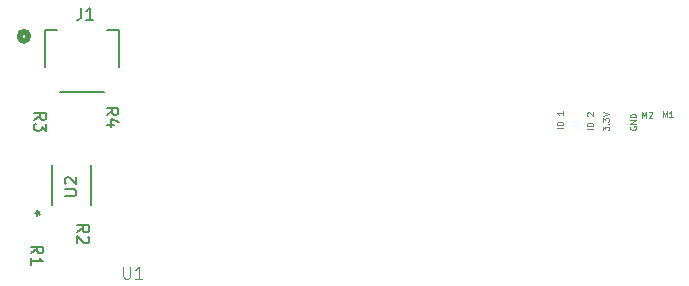
<source format=gbr>
%TF.GenerationSoftware,KiCad,Pcbnew,7.0.10*%
%TF.CreationDate,2024-04-30T13:39:10-04:00*%
%TF.ProjectId,Lego Connector 2,4c65676f-2043-46f6-9e6e-6563746f7220,rev?*%
%TF.SameCoordinates,Original*%
%TF.FileFunction,Legend,Top*%
%TF.FilePolarity,Positive*%
%FSLAX46Y46*%
G04 Gerber Fmt 4.6, Leading zero omitted, Abs format (unit mm)*
G04 Created by KiCad (PCBNEW 7.0.10) date 2024-04-30 13:39:10*
%MOMM*%
%LPD*%
G01*
G04 APERTURE LIST*
%ADD10C,0.063500*%
%ADD11C,0.150000*%
%ADD12C,0.100000*%
%ADD13C,0.508000*%
%ADD14C,0.152400*%
G04 APERTURE END LIST*
D10*
X121746520Y-69789009D02*
X121238520Y-69789009D01*
X121746520Y-69547104D02*
X121238520Y-69547104D01*
X121238520Y-69547104D02*
X121238520Y-69426152D01*
X121238520Y-69426152D02*
X121262710Y-69353580D01*
X121262710Y-69353580D02*
X121311091Y-69305199D01*
X121311091Y-69305199D02*
X121359472Y-69281009D01*
X121359472Y-69281009D02*
X121456234Y-69256818D01*
X121456234Y-69256818D02*
X121528806Y-69256818D01*
X121528806Y-69256818D02*
X121625568Y-69281009D01*
X121625568Y-69281009D02*
X121673949Y-69305199D01*
X121673949Y-69305199D02*
X121722330Y-69353580D01*
X121722330Y-69353580D02*
X121746520Y-69426152D01*
X121746520Y-69426152D02*
X121746520Y-69547104D01*
X121746520Y-68385961D02*
X121746520Y-68676247D01*
X121746520Y-68531104D02*
X121238520Y-68531104D01*
X121238520Y-68531104D02*
X121311091Y-68579485D01*
X121311091Y-68579485D02*
X121359472Y-68627866D01*
X121359472Y-68627866D02*
X121383663Y-68676247D01*
X130174720Y-68886266D02*
X130174720Y-68378266D01*
X130174720Y-68378266D02*
X130344053Y-68741123D01*
X130344053Y-68741123D02*
X130513387Y-68378266D01*
X130513387Y-68378266D02*
X130513387Y-68886266D01*
X131021386Y-68886266D02*
X130731100Y-68886266D01*
X130876243Y-68886266D02*
X130876243Y-68378266D01*
X130876243Y-68378266D02*
X130827862Y-68450837D01*
X130827862Y-68450837D02*
X130779481Y-68499218D01*
X130779481Y-68499218D02*
X130731100Y-68523409D01*
X124296520Y-69879009D02*
X123788520Y-69879009D01*
X124296520Y-69637104D02*
X123788520Y-69637104D01*
X123788520Y-69637104D02*
X123788520Y-69516152D01*
X123788520Y-69516152D02*
X123812710Y-69443580D01*
X123812710Y-69443580D02*
X123861091Y-69395199D01*
X123861091Y-69395199D02*
X123909472Y-69371009D01*
X123909472Y-69371009D02*
X124006234Y-69346818D01*
X124006234Y-69346818D02*
X124078806Y-69346818D01*
X124078806Y-69346818D02*
X124175568Y-69371009D01*
X124175568Y-69371009D02*
X124223949Y-69395199D01*
X124223949Y-69395199D02*
X124272330Y-69443580D01*
X124272330Y-69443580D02*
X124296520Y-69516152D01*
X124296520Y-69516152D02*
X124296520Y-69637104D01*
X123836901Y-68766247D02*
X123812710Y-68742056D01*
X123812710Y-68742056D02*
X123788520Y-68693675D01*
X123788520Y-68693675D02*
X123788520Y-68572723D01*
X123788520Y-68572723D02*
X123812710Y-68524342D01*
X123812710Y-68524342D02*
X123836901Y-68500151D01*
X123836901Y-68500151D02*
X123885282Y-68475961D01*
X123885282Y-68475961D02*
X123933663Y-68475961D01*
X123933663Y-68475961D02*
X124006234Y-68500151D01*
X124006234Y-68500151D02*
X124296520Y-68790437D01*
X124296520Y-68790437D02*
X124296520Y-68475961D01*
X125128520Y-69987390D02*
X125128520Y-69672914D01*
X125128520Y-69672914D02*
X125322044Y-69842247D01*
X125322044Y-69842247D02*
X125322044Y-69769676D01*
X125322044Y-69769676D02*
X125346234Y-69721295D01*
X125346234Y-69721295D02*
X125370425Y-69697104D01*
X125370425Y-69697104D02*
X125418806Y-69672914D01*
X125418806Y-69672914D02*
X125539758Y-69672914D01*
X125539758Y-69672914D02*
X125588139Y-69697104D01*
X125588139Y-69697104D02*
X125612330Y-69721295D01*
X125612330Y-69721295D02*
X125636520Y-69769676D01*
X125636520Y-69769676D02*
X125636520Y-69914819D01*
X125636520Y-69914819D02*
X125612330Y-69963200D01*
X125612330Y-69963200D02*
X125588139Y-69987390D01*
X125588139Y-69455199D02*
X125612330Y-69431009D01*
X125612330Y-69431009D02*
X125636520Y-69455199D01*
X125636520Y-69455199D02*
X125612330Y-69479390D01*
X125612330Y-69479390D02*
X125588139Y-69455199D01*
X125588139Y-69455199D02*
X125636520Y-69455199D01*
X125128520Y-69261675D02*
X125128520Y-68947199D01*
X125128520Y-68947199D02*
X125322044Y-69116532D01*
X125322044Y-69116532D02*
X125322044Y-69043961D01*
X125322044Y-69043961D02*
X125346234Y-68995580D01*
X125346234Y-68995580D02*
X125370425Y-68971389D01*
X125370425Y-68971389D02*
X125418806Y-68947199D01*
X125418806Y-68947199D02*
X125539758Y-68947199D01*
X125539758Y-68947199D02*
X125588139Y-68971389D01*
X125588139Y-68971389D02*
X125612330Y-68995580D01*
X125612330Y-68995580D02*
X125636520Y-69043961D01*
X125636520Y-69043961D02*
X125636520Y-69189104D01*
X125636520Y-69189104D02*
X125612330Y-69237485D01*
X125612330Y-69237485D02*
X125588139Y-69261675D01*
X125128520Y-68802056D02*
X125636520Y-68632722D01*
X125636520Y-68632722D02*
X125128520Y-68463389D01*
X127462710Y-69672914D02*
X127438520Y-69721295D01*
X127438520Y-69721295D02*
X127438520Y-69793866D01*
X127438520Y-69793866D02*
X127462710Y-69866438D01*
X127462710Y-69866438D02*
X127511091Y-69914819D01*
X127511091Y-69914819D02*
X127559472Y-69939009D01*
X127559472Y-69939009D02*
X127656234Y-69963200D01*
X127656234Y-69963200D02*
X127728806Y-69963200D01*
X127728806Y-69963200D02*
X127825568Y-69939009D01*
X127825568Y-69939009D02*
X127873949Y-69914819D01*
X127873949Y-69914819D02*
X127922330Y-69866438D01*
X127922330Y-69866438D02*
X127946520Y-69793866D01*
X127946520Y-69793866D02*
X127946520Y-69745485D01*
X127946520Y-69745485D02*
X127922330Y-69672914D01*
X127922330Y-69672914D02*
X127898139Y-69648723D01*
X127898139Y-69648723D02*
X127728806Y-69648723D01*
X127728806Y-69648723D02*
X127728806Y-69745485D01*
X127946520Y-69431009D02*
X127438520Y-69431009D01*
X127438520Y-69431009D02*
X127946520Y-69140723D01*
X127946520Y-69140723D02*
X127438520Y-69140723D01*
X127946520Y-68898819D02*
X127438520Y-68898819D01*
X127438520Y-68898819D02*
X127438520Y-68777867D01*
X127438520Y-68777867D02*
X127462710Y-68705295D01*
X127462710Y-68705295D02*
X127511091Y-68656914D01*
X127511091Y-68656914D02*
X127559472Y-68632724D01*
X127559472Y-68632724D02*
X127656234Y-68608533D01*
X127656234Y-68608533D02*
X127728806Y-68608533D01*
X127728806Y-68608533D02*
X127825568Y-68632724D01*
X127825568Y-68632724D02*
X127873949Y-68656914D01*
X127873949Y-68656914D02*
X127922330Y-68705295D01*
X127922330Y-68705295D02*
X127946520Y-68777867D01*
X127946520Y-68777867D02*
X127946520Y-68898819D01*
X128464720Y-68916266D02*
X128464720Y-68408266D01*
X128464720Y-68408266D02*
X128634053Y-68771123D01*
X128634053Y-68771123D02*
X128803387Y-68408266D01*
X128803387Y-68408266D02*
X128803387Y-68916266D01*
X129021100Y-68456647D02*
X129045291Y-68432456D01*
X129045291Y-68432456D02*
X129093672Y-68408266D01*
X129093672Y-68408266D02*
X129214624Y-68408266D01*
X129214624Y-68408266D02*
X129263005Y-68432456D01*
X129263005Y-68432456D02*
X129287196Y-68456647D01*
X129287196Y-68456647D02*
X129311386Y-68505028D01*
X129311386Y-68505028D02*
X129311386Y-68553409D01*
X129311386Y-68553409D02*
X129287196Y-68625980D01*
X129287196Y-68625980D02*
X128996910Y-68916266D01*
X128996910Y-68916266D02*
X129311386Y-68916266D01*
D11*
X80946666Y-59614819D02*
X80946666Y-60329104D01*
X80946666Y-60329104D02*
X80899047Y-60471961D01*
X80899047Y-60471961D02*
X80803809Y-60567200D01*
X80803809Y-60567200D02*
X80660952Y-60614819D01*
X80660952Y-60614819D02*
X80565714Y-60614819D01*
X81946666Y-60614819D02*
X81375238Y-60614819D01*
X81660952Y-60614819D02*
X81660952Y-59614819D01*
X81660952Y-59614819D02*
X81565714Y-59757676D01*
X81565714Y-59757676D02*
X81470476Y-59852914D01*
X81470476Y-59852914D02*
X81375238Y-59900533D01*
X83105180Y-68683333D02*
X83581371Y-68350000D01*
X83105180Y-68111905D02*
X84105180Y-68111905D01*
X84105180Y-68111905D02*
X84105180Y-68492857D01*
X84105180Y-68492857D02*
X84057561Y-68588095D01*
X84057561Y-68588095D02*
X84009942Y-68635714D01*
X84009942Y-68635714D02*
X83914704Y-68683333D01*
X83914704Y-68683333D02*
X83771847Y-68683333D01*
X83771847Y-68683333D02*
X83676609Y-68635714D01*
X83676609Y-68635714D02*
X83628990Y-68588095D01*
X83628990Y-68588095D02*
X83581371Y-68492857D01*
X83581371Y-68492857D02*
X83581371Y-68111905D01*
X83771847Y-69540476D02*
X83105180Y-69540476D01*
X84152800Y-69302381D02*
X83438514Y-69064286D01*
X83438514Y-69064286D02*
X83438514Y-69683333D01*
X76995180Y-69100533D02*
X77471371Y-68767200D01*
X76995180Y-68529105D02*
X77995180Y-68529105D01*
X77995180Y-68529105D02*
X77995180Y-68910057D01*
X77995180Y-68910057D02*
X77947561Y-69005295D01*
X77947561Y-69005295D02*
X77899942Y-69052914D01*
X77899942Y-69052914D02*
X77804704Y-69100533D01*
X77804704Y-69100533D02*
X77661847Y-69100533D01*
X77661847Y-69100533D02*
X77566609Y-69052914D01*
X77566609Y-69052914D02*
X77518990Y-69005295D01*
X77518990Y-69005295D02*
X77471371Y-68910057D01*
X77471371Y-68910057D02*
X77471371Y-68529105D01*
X77995180Y-69433867D02*
X77995180Y-70052914D01*
X77995180Y-70052914D02*
X77614228Y-69719581D01*
X77614228Y-69719581D02*
X77614228Y-69862438D01*
X77614228Y-69862438D02*
X77566609Y-69957676D01*
X77566609Y-69957676D02*
X77518990Y-70005295D01*
X77518990Y-70005295D02*
X77423752Y-70052914D01*
X77423752Y-70052914D02*
X77185657Y-70052914D01*
X77185657Y-70052914D02*
X77090419Y-70005295D01*
X77090419Y-70005295D02*
X77042800Y-69957676D01*
X77042800Y-69957676D02*
X76995180Y-69862438D01*
X76995180Y-69862438D02*
X76995180Y-69576724D01*
X76995180Y-69576724D02*
X77042800Y-69481486D01*
X77042800Y-69481486D02*
X77090419Y-69433867D01*
X80625180Y-78613333D02*
X81101371Y-78280000D01*
X80625180Y-78041905D02*
X81625180Y-78041905D01*
X81625180Y-78041905D02*
X81625180Y-78422857D01*
X81625180Y-78422857D02*
X81577561Y-78518095D01*
X81577561Y-78518095D02*
X81529942Y-78565714D01*
X81529942Y-78565714D02*
X81434704Y-78613333D01*
X81434704Y-78613333D02*
X81291847Y-78613333D01*
X81291847Y-78613333D02*
X81196609Y-78565714D01*
X81196609Y-78565714D02*
X81148990Y-78518095D01*
X81148990Y-78518095D02*
X81101371Y-78422857D01*
X81101371Y-78422857D02*
X81101371Y-78041905D01*
X81529942Y-78994286D02*
X81577561Y-79041905D01*
X81577561Y-79041905D02*
X81625180Y-79137143D01*
X81625180Y-79137143D02*
X81625180Y-79375238D01*
X81625180Y-79375238D02*
X81577561Y-79470476D01*
X81577561Y-79470476D02*
X81529942Y-79518095D01*
X81529942Y-79518095D02*
X81434704Y-79565714D01*
X81434704Y-79565714D02*
X81339466Y-79565714D01*
X81339466Y-79565714D02*
X81196609Y-79518095D01*
X81196609Y-79518095D02*
X80625180Y-78946667D01*
X80625180Y-78946667D02*
X80625180Y-79565714D01*
X76735180Y-80403333D02*
X77211371Y-80070000D01*
X76735180Y-79831905D02*
X77735180Y-79831905D01*
X77735180Y-79831905D02*
X77735180Y-80212857D01*
X77735180Y-80212857D02*
X77687561Y-80308095D01*
X77687561Y-80308095D02*
X77639942Y-80355714D01*
X77639942Y-80355714D02*
X77544704Y-80403333D01*
X77544704Y-80403333D02*
X77401847Y-80403333D01*
X77401847Y-80403333D02*
X77306609Y-80355714D01*
X77306609Y-80355714D02*
X77258990Y-80308095D01*
X77258990Y-80308095D02*
X77211371Y-80212857D01*
X77211371Y-80212857D02*
X77211371Y-79831905D01*
X76735180Y-81355714D02*
X76735180Y-80784286D01*
X76735180Y-81070000D02*
X77735180Y-81070000D01*
X77735180Y-81070000D02*
X77592323Y-80974762D01*
X77592323Y-80974762D02*
X77497085Y-80879524D01*
X77497085Y-80879524D02*
X77449466Y-80784286D01*
X79544819Y-75531904D02*
X80354342Y-75531904D01*
X80354342Y-75531904D02*
X80449580Y-75484285D01*
X80449580Y-75484285D02*
X80497200Y-75436666D01*
X80497200Y-75436666D02*
X80544819Y-75341428D01*
X80544819Y-75341428D02*
X80544819Y-75150952D01*
X80544819Y-75150952D02*
X80497200Y-75055714D01*
X80497200Y-75055714D02*
X80449580Y-75008095D01*
X80449580Y-75008095D02*
X80354342Y-74960476D01*
X80354342Y-74960476D02*
X79544819Y-74960476D01*
X79640057Y-74531904D02*
X79592438Y-74484285D01*
X79592438Y-74484285D02*
X79544819Y-74389047D01*
X79544819Y-74389047D02*
X79544819Y-74150952D01*
X79544819Y-74150952D02*
X79592438Y-74055714D01*
X79592438Y-74055714D02*
X79640057Y-74008095D01*
X79640057Y-74008095D02*
X79735295Y-73960476D01*
X79735295Y-73960476D02*
X79830533Y-73960476D01*
X79830533Y-73960476D02*
X79973390Y-74008095D01*
X79973390Y-74008095D02*
X80544819Y-74579523D01*
X80544819Y-74579523D02*
X80544819Y-73960476D01*
X77080820Y-77003999D02*
X77318915Y-77003999D01*
X77223677Y-77242094D02*
X77318915Y-77003999D01*
X77318915Y-77003999D02*
X77223677Y-76765904D01*
X77509391Y-77146856D02*
X77318915Y-77003999D01*
X77318915Y-77003999D02*
X77509391Y-76861142D01*
X77080820Y-77003999D02*
X77318915Y-77003999D01*
X77223677Y-77242094D02*
X77318915Y-77003999D01*
X77318915Y-77003999D02*
X77223677Y-76765904D01*
X77509391Y-77146856D02*
X77318915Y-77003999D01*
X77318915Y-77003999D02*
X77509391Y-76861142D01*
D12*
X84528095Y-81547419D02*
X84528095Y-82356942D01*
X84528095Y-82356942D02*
X84575714Y-82452180D01*
X84575714Y-82452180D02*
X84623333Y-82499800D01*
X84623333Y-82499800D02*
X84718571Y-82547419D01*
X84718571Y-82547419D02*
X84909047Y-82547419D01*
X84909047Y-82547419D02*
X85004285Y-82499800D01*
X85004285Y-82499800D02*
X85051904Y-82452180D01*
X85051904Y-82452180D02*
X85099523Y-82356942D01*
X85099523Y-82356942D02*
X85099523Y-81547419D01*
X86099523Y-82547419D02*
X85528095Y-82547419D01*
X85813809Y-82547419D02*
X85813809Y-81547419D01*
X85813809Y-81547419D02*
X85718571Y-81690276D01*
X85718571Y-81690276D02*
X85623333Y-81785514D01*
X85623333Y-81785514D02*
X85528095Y-81833133D01*
D13*
%TO.C,J1*%
X76488800Y-62030000D02*
G75*
G03*
X75726800Y-62030000I-381000J0D01*
G01*
X75726800Y-62030000D02*
G75*
G03*
X76488800Y-62030000I381000J0D01*
G01*
D14*
X84134200Y-64670561D02*
X84134200Y-61528000D01*
X84134200Y-61528000D02*
X83147540Y-61528000D01*
X79139641Y-66735000D02*
X82880359Y-66735000D01*
X78872460Y-61528000D02*
X77885800Y-61528000D01*
X77885800Y-61528000D02*
X77885800Y-64670561D01*
%TO.C,U2*%
X81801401Y-76305500D02*
X81801401Y-72952700D01*
X78448601Y-72952700D02*
X78448601Y-76305500D01*
%TD*%
M02*

</source>
